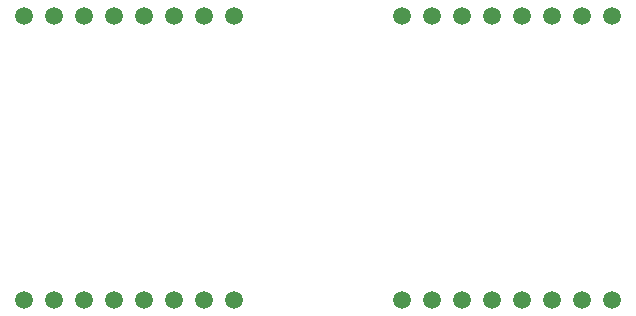
<source format=gbs>
G04 #@! TF.FileFunction,Soldermask,Bot*
%FSLAX46Y46*%
G04 Gerber Fmt 4.6, Leading zero omitted, Abs format (unit mm)*
G04 Created by KiCad (PCBNEW (after 2015-mar-04 BZR unknown)-product) date 20.05.2015 17:30:12*
%MOMM*%
G01*
G04 APERTURE LIST*
%ADD10C,0.150000*%
%ADD11C,1.500000*%
G04 APERTURE END LIST*
D10*
D11*
X104620000Y-156000000D03*
X102080000Y-156000000D03*
X107160000Y-156000000D03*
X109700000Y-156000000D03*
X114780000Y-156000000D03*
X117320000Y-156000000D03*
X112240000Y-156000000D03*
X119860000Y-156000000D03*
X112240000Y-180000000D03*
X119860000Y-180000000D03*
X117320000Y-180000000D03*
X114780000Y-180000000D03*
X109700000Y-180000000D03*
X107160000Y-180000000D03*
X102080000Y-180000000D03*
X104620000Y-180000000D03*
X136620000Y-156000000D03*
X134080000Y-156000000D03*
X139160000Y-156000000D03*
X141700000Y-156000000D03*
X146780000Y-156000000D03*
X149320000Y-156000000D03*
X144240000Y-156000000D03*
X151860000Y-156000000D03*
X144240000Y-180000000D03*
X151860000Y-180000000D03*
X149320000Y-180000000D03*
X146780000Y-180000000D03*
X141700000Y-180000000D03*
X139160000Y-180000000D03*
X134080000Y-180000000D03*
X136620000Y-180000000D03*
M02*

</source>
